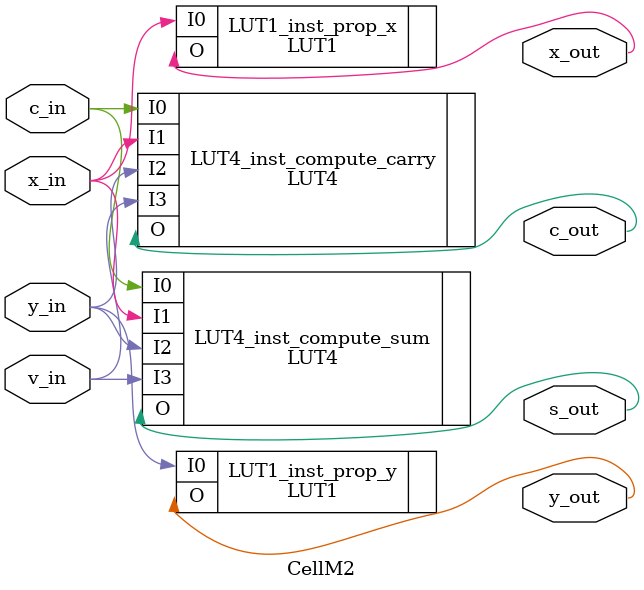
<source format=v>
/*

The MIT License (MIT)

Copyright (c) 2024 LeafLabs LLC

Permission is hereby granted, free of charge, to any person obtaining a copy
of this software and associated documentation files (the "Software"), to deal
in the Software without restriction, including without limitation the rights
to use, copy, modify, merge, publish, distribute, sublicense, and/or sell
copies of the Software, and to permit persons to whom the Software is
furnished to do so, subject to the following conditions:

The above copyright notice and this permission notice shall be included in all
copies or substantial portions of the Software.

THE SOFTWARE IS PROVIDED "AS IS", WITHOUT WARRANTY OF ANY KIND, EXPRESS OR
IMPLIED, INCLUDING BUT NOT LIMITED TO THE WARRANTIES OF MERCHANTABILITY,
FITNESS FOR A PARTICULAR PURPOSE AND NONINFRINGEMENT. IN NO EVENT SHALL THE
AUTHORS OR COPYRIGHT HOLDERS BE LIABLE FOR ANY CLAIM, DAMAGES OR OTHER
LIABILITY, WHETHER IN AN ACTION OF CONTRACT, TORT OR OTHERWISE, ARISING FROM,
OUT OF OR IN CONNECTION WITH THE SOFTWARE OR THE USE OR OTHER DEALINGS IN THE
SOFTWARE.

*/

`timescale 1ns / 1ps

(* DONT_TOUCH = "yes" *) module CellM2 (
    // Multiplier and multiplicand bits
    input  wire x_in,
    input  wire y_in,
    // Sum of previous partial product
    input  wire v_in,
    // Carry in
    input  wire c_in,
    // Sum out
    output wire s_out,
    // Carry out
    output wire c_out,
    // Propagate multiplier and multiplicand bits
    output wire x_out,
    output wire y_out
);

  //////////////////////////////////////////////////////////
  // Proigate x_in and y_in to output with 1 lut of delay
  //////////////////////////////////////////////////////////

  // LUT1: 1-input Look-Up Table with general output (Mapped to a LUT6)
  //       Artix-7
  // Xilinx HDL Language Template, version 2019.2
  (* DONT_TOUCH = "yes", BEL="A6LUT", RLOC="X0Y0" *)
  LUT1 #(
      .INIT(2'b10)  // Specify LUT Contents
  ) LUT1_inst_prop_x (
      .O (x_out),  // LUT general output
      .I0(x_in)    // LUT input
  );
  // End of LUT1_inst instantiation

  // LUT1: 1-input Look-Up Table with general output (Mapped to a LUT6)
  //       Artix-7
  // Xilinx HDL Language Template, version 2019.2
  (* DONT_TOUCH = "yes", BEL="B6LUT", RLOC="X0Y0" *)
  LUT1 #(
      .INIT(2'b10)  // Specify LUT Contents
  ) LUT1_inst_prop_y (
      .O (y_out),  // LUT general output
      .I0(y_in)    // LUT input
  );
  // End of LUT1_inst instantiation

  //////////////////////////////////////////////////////////
  // Compute sum
  //////////////////////////////////////////////////////////
  // LUT4: 4-input Look-Up Table with general output (Mapped to a LUT6)
  //       Artix-7
  // Xilinx HDL Language Template, version 2019.2
  (* DONT_TOUCH = "yes", BEL="C6LUT", RLOC="X0Y0" *)
  LUT4 #(
      .INIT(16'h956a)  // Specify LUT Contents
  ) LUT4_inst_compute_sum (
      .O (s_out),  // LUT general output
      .I0(c_in),   // LUT input
      .I1(x_in),   // LUT input
      .I2(y_in),   // LUT input
      .I3(v_in)    // LUT input
  );
  // End of LUT4_inst instantiation

  //////////////////////////////////////////////////////////
  // Compute carry
  //////////////////////////////////////////////////////////
  // LUT4: 4-input Look-Up Table with general output (Mapped to a LUT6)
  //       Artix-7
  // Xilinx HDL Language Template, version 2019.2
  (* DONT_TOUCH = "yes", BEL="D6LUT", RLOC="X0Y0" *)
  LUT4 #(
      .INIT(16'hd540)  // Specify LUT Contents
  ) LUT4_inst_compute_carry (
      .O (c_out),  // LUT general output
      .I0(c_in),   // LUT input
      .I1(x_in),   // LUT input
      .I2(y_in),   // LUT input
      .I3(v_in)    // LUT input
  );
  // End of LUT4_inst instantiation

endmodule


</source>
